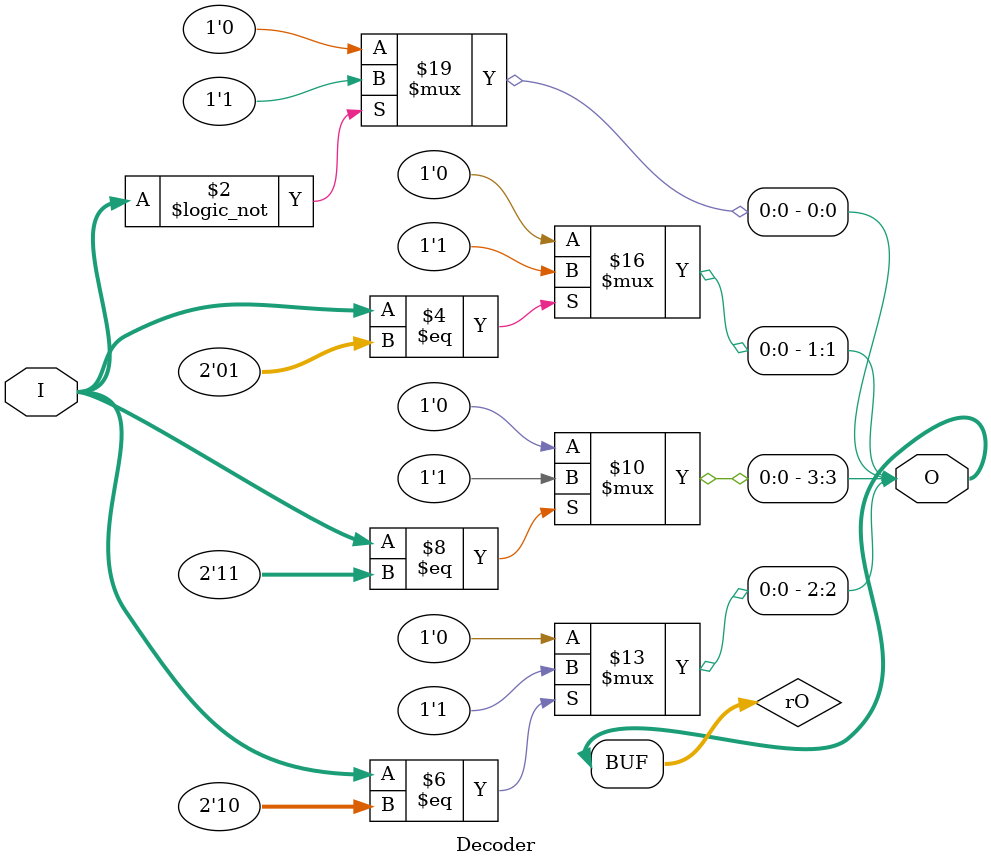
<source format=v>


//////////////////////////////////////////////////////////////////////////////////
// Revision History:
//
// * v1.0.0
//   - first draft 
//////////////////////////////////////////////////////////////////////////////////
`timescale 1ns / 1ps

module Decoder
#
(
    parameter OutputWidth = 4
)
(
    I,
    O
);

    input   [$clog2(OutputWidth) - 1:0] I;
    output  [OutputWidth - 1:0]         O;
    
    reg     [OutputWidth - 1:0]         rO;
    
    genvar c;
    
    generate
        for (c = 0; c < OutputWidth; c = c + 1)
        begin: DecodeBits
            always @ (*)
            begin
                if (I == c)
                    rO[c] <= 1'b1;
                else
                    rO[c] <= 1'b0;
            end
        end
    endgenerate
    
    assign O = rO;

endmodule
</source>
